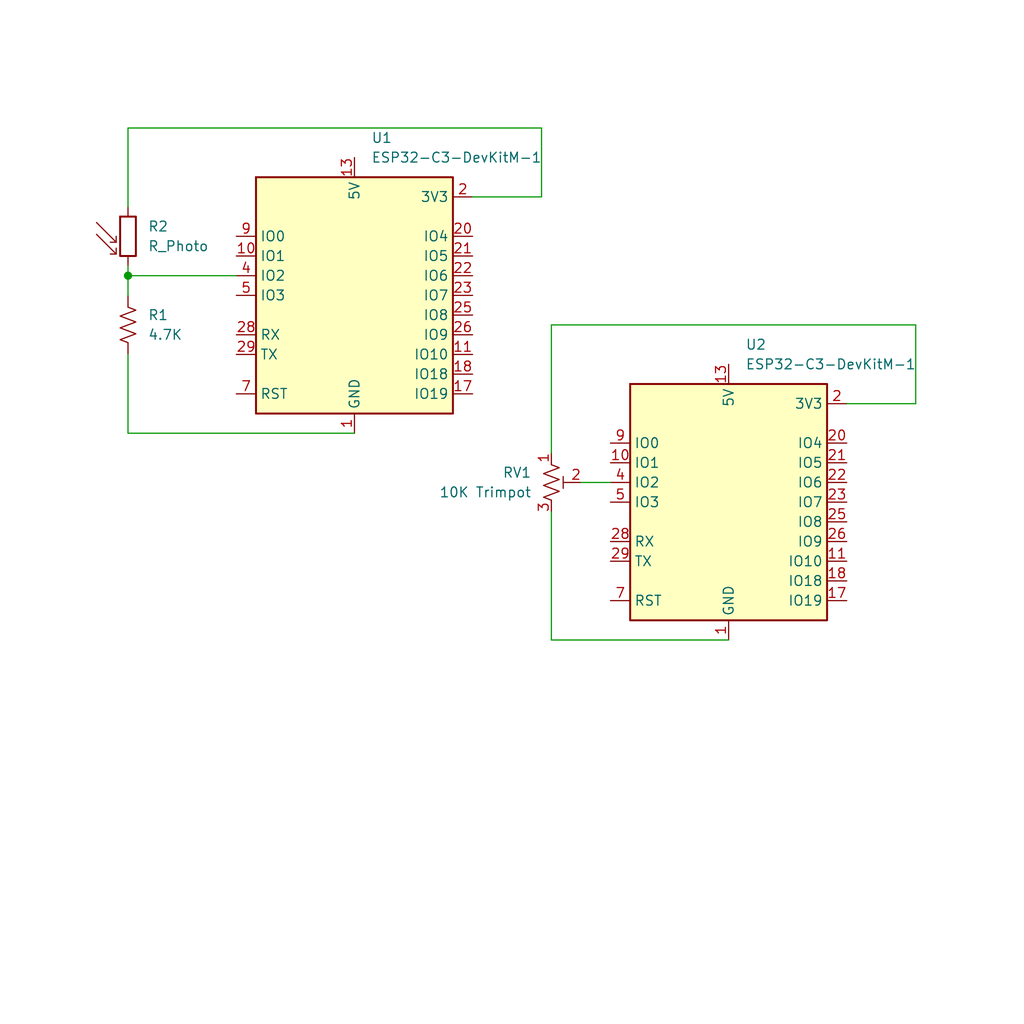
<source format=kicad_sch>
(kicad_sch (version 20250114) (generator "eeschema") (generator_version "9.0")
  (paper "User" 132.08 132.08)
  (lib_symbols
    (symbol "Device:R_Photo" (pin_numbers (hide yes)) (pin_names (offset 0))
      (property "Reference" "R" (at 1.27 1.27 0))
      (property "Value" "R_Photo" (at 1.27 0 0))
      (symbol "R_Photo_0_1"
        (polyline (pts (xy -1.524 -0.762) (xy -4.064 1.778)))
        (polyline (pts (xy -1.524 -0.762) (xy -2.286 -0.762)))
        (polyline (pts (xy -1.524 -0.762) (xy -1.524 0)))
        (polyline (pts (xy -1.524 -2.286) (xy -4.064 0.254)))
        (polyline (pts (xy -1.524 -2.286) (xy -2.286 -2.286)))
        (polyline (pts (xy -1.524 -2.286) (xy -1.524 -1.524)))
        (rectangle (start -1.016 2.54) (end 1.016 -2.54) (stroke (width 0.254)))
      )
      (symbol "R_Photo_1_1"
        (pin passive line (at 0 3.81 270) (length 1.27) (name "~") (number "1"))
        (pin passive line (at 0 -3.81 90) (length 1.27) (name "~") (number "2"))
      )
    )
    (symbol "Device:R_Potentiometer_Trim_US" (pin_names (offset 1.016) (hide yes))
      (property "Reference" "RV" (at -4.445 0 90))
      (property "Value" "R_Potentiometer_Trim_US" (at -2.54 0 90))
      (symbol "R_Potentiometer_Trim_US_0_1"
        (polyline (pts (xy 0 2.286) (xy 0 2.54)))
        (polyline (pts (xy 0 2.286) (xy 1.016 1.905) (xy 0 1.524) (xy -1.016 1.143) (xy 0 0.762)))
        (polyline (pts (xy 0 0.762) (xy 1.016 0.381) (xy 0 0) (xy -1.016 -0.381) (xy 0 -0.762)))
        (polyline (pts (xy 0 -0.762) (xy 1.016 -1.143) (xy 0 -1.524) (xy -1.016 -1.905) (xy 0 -2.286)))
        (polyline (pts (xy 0 -2.286) (xy 0 -2.54)))
        (polyline (pts (xy 1.524 0.762) (xy 1.524 -0.762)))
        (polyline (pts (xy 2.54 0) (xy 1.524 0)))
      )
      (symbol "R_Potentiometer_Trim_US_1_1"
        (pin passive line (at 0 3.81 270) (length 1.27) (name "1") (number "1"))
        (pin passive line (at 0 -3.81 90) (length 1.27) (name "3") (number "3"))
        (pin passive line (at 3.81 0 180) (length 1.27) (name "2") (number "2"))
      )
    )
    (symbol "Device:R_US" (pin_numbers (hide yes)) (pin_names (offset 0))
      (property "Reference" "R" (at 2.54 0 90))
      (property "Value" "R_US" (at -2.54 0 90))
      (symbol "R_US_0_1"
        (polyline (pts (xy 0 2.286) (xy 0 2.54)))
        (polyline (pts (xy 0 2.286) (xy 1.016 1.905) (xy 0 1.524) (xy -1.016 1.143) (xy 0 0.762)))
        (polyline (pts (xy 0 0.762) (xy 1.016 0.381) (xy 0 0) (xy -1.016 -0.381) (xy 0 -0.762)))
        (polyline (pts (xy 0 -0.762) (xy 1.016 -1.143) (xy 0 -1.524) (xy -1.016 -1.905) (xy 0 -2.286)))
        (polyline (pts (xy 0 -2.286) (xy 0 -2.54)))
      )
      (symbol "R_US_1_1"
        (pin passive line (at 0 3.81 270) (length 1.27) (name "~") (number "1"))
        (pin passive line (at 0 -3.81 90) (length 1.27) (name "~") (number "2"))
      )
    )
    (symbol "RF_Module:ESP32-C3-DevKitM-1"
      (property "Reference" "U" (at 7.62 16.51 0))
      (property "Value" "ESP32-C3-DevKitM-1" (at 11.684 -16.764 0))
      (symbol "ESP32-C3-DevKitM-1_1_1"
        (rectangle (start -12.7 15.24) (end 12.7 -15.24) (stroke (width 0.254)) (fill (type background)))
        (pin bidirectional line (at -15.24 7.62 0) (length 2.54) (name "IO0") (number "9"))
        (pin bidirectional line (at -15.24 5.08 0) (length 2.54) (name "IO1") (number "10"))
        (pin bidirectional line (at -15.24 2.54 0) (length 2.54) (name "IO2") (number "4"))
        (pin bidirectional line (at -15.24 0 0) (length 2.54) (name "IO3") (number "5"))
        (pin input line (at -15.24 -5.08 0) (length 2.54) (name "RX") (number "28"))
        (pin output line (at -15.24 -7.62 0) (length 2.54) (name "TX") (number "29"))
        (pin input line (at -15.24 -12.7 0) (length 2.54) (name "RST") (number "7"))
        (pin passive line (at 0 17.78 270) (length 2.54) (name "5V") (number "13"))
        (pin passive line (at 0 17.78 270) (length 2.54) (hide yes) (name "5V") (number "14"))
        (pin power_in line (at 0 -17.78 90) (length 2.54) (name "GND") (number "1"))
        (pin passive line (at 0 -17.78 90) (length 2.54) (hide yes) (name "GND") (number "12"))
        (pin passive line (at 0 -17.78 90) (length 2.54) (hide yes) (name "GND") (number "15"))
        (pin passive line (at 0 -17.78 90) (length 2.54) (hide yes) (name "GND") (number "16"))
        (pin passive line (at 0 -17.78 90) (length 2.54) (hide yes) (name "GND") (number "19"))
        (pin passive line (at 0 -17.78 90) (length 2.54) (hide yes) (name "GND") (number "24"))
        (pin passive line (at 0 -17.78 90) (length 2.54) (hide yes) (name "GND") (number "27"))
        (pin passive line (at 0 -17.78 90) (length 2.54) (hide yes) (name "GND") (number "30"))
        (pin passive line (at 0 -17.78 90) (length 2.54) (hide yes) (name "GND") (number "6"))
        (pin passive line (at 0 -17.78 90) (length 2.54) (hide yes) (name "GND") (number "8"))
        (pin power_out line (at 15.24 12.7 180) (length 2.54) (name "3V3") (number "2"))
        (pin passive line (at 15.24 12.7 180) (length 2.54) (hide yes) (name "3V3") (number "3"))
        (pin bidirectional line (at 15.24 7.62 180) (length 2.54) (name "IO4") (number "20"))
        (pin bidirectional line (at 15.24 5.08 180) (length 2.54) (name "IO5") (number "21"))
        (pin bidirectional line (at 15.24 2.54 180) (length 2.54) (name "IO6") (number "22"))
        (pin bidirectional line (at 15.24 0 180) (length 2.54) (name "IO7") (number "23"))
        (pin bidirectional line (at 15.24 -2.54 180) (length 2.54) (name "IO8") (number "25"))
        (pin bidirectional line (at 15.24 -5.08 180) (length 2.54) (name "IO9") (number "26"))
        (pin bidirectional line (at 15.24 -7.62 180) (length 2.54) (name "IO10") (number "11"))
        (pin bidirectional line (at 15.24 -10.16 180) (length 2.54) (name "IO18") (number "18"))
        (pin bidirectional line (at 15.24 -12.7 180) (length 2.54) (name "IO19") (number "17"))
      )
    )
  )
  (junction (at 16.51 35.56))
  (wire (pts (xy 118.11 52.07) (xy 118.11 41.91)))
  (wire (pts (xy 69.85 16.51) (xy 16.51 16.51)))
  (wire (pts (xy 74.93 62.23) (xy 78.74 62.23)))
  (wire (pts (xy 71.12 66.04) (xy 71.12 82.55)))
  (wire (pts (xy 16.51 34.29) (xy 16.51 35.56)))
  (wire (pts (xy 118.11 41.91) (xy 71.12 41.91)))
  (wire (pts (xy 16.51 35.56) (xy 30.48 35.56)))
  (wire (pts (xy 16.51 45.72) (xy 16.51 55.88)))
  (wire (pts (xy 69.85 25.4) (xy 60.96 25.4)))
  (wire (pts (xy 16.51 16.51) (xy 16.51 26.67)))
  (wire (pts (xy 16.51 55.88) (xy 45.72 55.88)))
  (wire (pts (xy 71.12 82.55) (xy 93.98 82.55)))
  (wire (pts (xy 16.51 35.56) (xy 16.51 38.1)))
  (wire (pts (xy 71.12 41.91) (xy 71.12 58.42)))
  (wire (pts (xy 109.22 52.07) (xy 118.11 52.07)))
  (wire (pts (xy 69.85 25.4) (xy 69.85 16.51)))
  (symbol (lib_id "Device:R_Potentiometer_Trim_US") (at 71.12 62.23 0) (unit 1)
    (property "Reference" "RV1" (at 68.58 60.9599 0) (effects (justify right)))
    (property "Value" "10K Trimpot" (at 68.58 63.4999 0) (effects (justify right)))
    (property "Description" "Trim-potentiometer, US symbol" (effects (hide yes)))
  )
  (symbol (lib_id "RF_Module:ESP32-C3-DevKitM-1") (at 93.98 64.77 0) (unit 1)
    (property "Reference" "U2" (at 96.1233 44.45 0) (effects (justify left)))
    (property "Value" "ESP32-C3-DevKitM-1" (at 96.1233 46.99 0) (effects (justify left)))
    (property "Footprint" "RF_Module:ESP32-C3-DevKitM-1" (effects (hide yes)))
    (property "Datasheet" "https://docs.espressif.com/projects/esp-idf/en/latest/esp32c3/hw-reference/esp32c3/user-guide-devkitm-1.html" (effects (hide yes)))
    (property "Description" "Development board featuring ESP32-C3-MINI-1 module" (effects (hide yes)))
  )
  (symbol (lib_id "Device:R_Photo") (at 16.51 30.48 0) (unit 1)
    (property "Reference" "R2" (at 19.05 29.2099 0) (effects (justify left)))
    (property "Value" "R_Photo" (at 19.05 31.7499 0) (effects (justify left)))
    (property "Description" "Photoresistor" (effects (hide yes)))
  )
  (symbol (lib_id "RF_Module:ESP32-C3-DevKitM-1") (at 45.72 38.1 0) (unit 1)
    (property "Reference" "U1" (at 47.8633 17.78 0) (effects (justify left)))
    (property "Value" "ESP32-C3-DevKitM-1" (at 47.8633 20.32 0) (effects (justify left)))
    (property "Footprint" "RF_Module:ESP32-C3-DevKitM-1" (effects (hide yes)))
    (property "Datasheet" "https://docs.espressif.com/projects/esp-idf/en/latest/esp32c3/hw-reference/esp32c3/user-guide-devkitm-1.html" (effects (hide yes)))
    (property "Description" "Development board featuring ESP32-C3-MINI-1 module" (effects (hide yes)))
  )
  (symbol (lib_id "Device:R_US") (at 16.51 41.91 0) (unit 1)
    (property "Reference" "R1" (at 19.05 40.6399 0) (effects (justify left)))
    (property "Value" "4.7K" (at 19.05 43.1799 0) (effects (justify left)))
    (property "Description" "Resistor, US symbol" (effects (hide yes)))
  )
)
</source>
